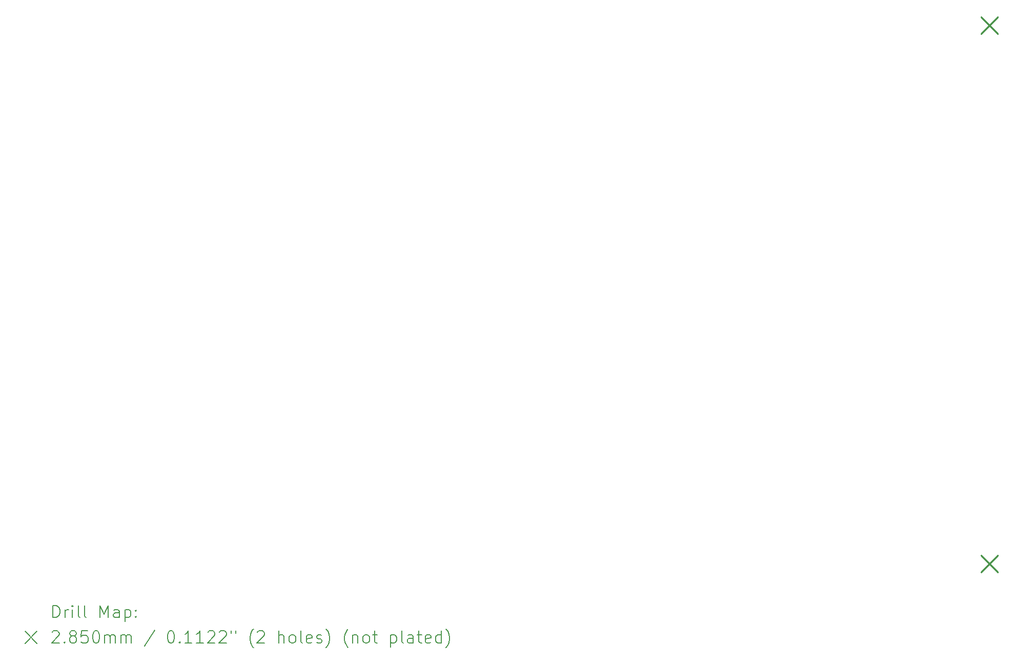
<source format=gbr>
%TF.GenerationSoftware,KiCad,Pcbnew,7.0.9-7.0.9~ubuntu22.04.1*%
%TF.CreationDate,2023-12-27T15:34:40+01:00*%
%TF.ProjectId,Z80-VDP,5a38302d-5644-4502-9e6b-696361645f70,rev?*%
%TF.SameCoordinates,Original*%
%TF.FileFunction,Drillmap*%
%TF.FilePolarity,Positive*%
%FSLAX45Y45*%
G04 Gerber Fmt 4.5, Leading zero omitted, Abs format (unit mm)*
G04 Created by KiCad (PCBNEW 7.0.9-7.0.9~ubuntu22.04.1) date 2023-12-27 15:34:40*
%MOMM*%
%LPD*%
G01*
G04 APERTURE LIST*
%ADD10C,0.200000*%
%ADD11C,0.285000*%
G04 APERTURE END LIST*
D10*
D11*
X22209500Y-5699500D02*
X22494500Y-5984500D01*
X22494500Y-5699500D02*
X22209500Y-5984500D01*
X22209500Y-14589500D02*
X22494500Y-14874500D01*
X22494500Y-14589500D02*
X22209500Y-14874500D01*
D10*
X6881777Y-15619984D02*
X6881777Y-15419984D01*
X6881777Y-15419984D02*
X6929396Y-15419984D01*
X6929396Y-15419984D02*
X6957967Y-15429508D01*
X6957967Y-15429508D02*
X6977015Y-15448555D01*
X6977015Y-15448555D02*
X6986539Y-15467603D01*
X6986539Y-15467603D02*
X6996062Y-15505698D01*
X6996062Y-15505698D02*
X6996062Y-15534269D01*
X6996062Y-15534269D02*
X6986539Y-15572365D01*
X6986539Y-15572365D02*
X6977015Y-15591412D01*
X6977015Y-15591412D02*
X6957967Y-15610460D01*
X6957967Y-15610460D02*
X6929396Y-15619984D01*
X6929396Y-15619984D02*
X6881777Y-15619984D01*
X7081777Y-15619984D02*
X7081777Y-15486650D01*
X7081777Y-15524746D02*
X7091301Y-15505698D01*
X7091301Y-15505698D02*
X7100824Y-15496174D01*
X7100824Y-15496174D02*
X7119872Y-15486650D01*
X7119872Y-15486650D02*
X7138920Y-15486650D01*
X7205586Y-15619984D02*
X7205586Y-15486650D01*
X7205586Y-15419984D02*
X7196062Y-15429508D01*
X7196062Y-15429508D02*
X7205586Y-15439031D01*
X7205586Y-15439031D02*
X7215110Y-15429508D01*
X7215110Y-15429508D02*
X7205586Y-15419984D01*
X7205586Y-15419984D02*
X7205586Y-15439031D01*
X7329396Y-15619984D02*
X7310348Y-15610460D01*
X7310348Y-15610460D02*
X7300824Y-15591412D01*
X7300824Y-15591412D02*
X7300824Y-15419984D01*
X7434158Y-15619984D02*
X7415110Y-15610460D01*
X7415110Y-15610460D02*
X7405586Y-15591412D01*
X7405586Y-15591412D02*
X7405586Y-15419984D01*
X7662729Y-15619984D02*
X7662729Y-15419984D01*
X7662729Y-15419984D02*
X7729396Y-15562841D01*
X7729396Y-15562841D02*
X7796062Y-15419984D01*
X7796062Y-15419984D02*
X7796062Y-15619984D01*
X7977015Y-15619984D02*
X7977015Y-15515222D01*
X7977015Y-15515222D02*
X7967491Y-15496174D01*
X7967491Y-15496174D02*
X7948443Y-15486650D01*
X7948443Y-15486650D02*
X7910348Y-15486650D01*
X7910348Y-15486650D02*
X7891301Y-15496174D01*
X7977015Y-15610460D02*
X7957967Y-15619984D01*
X7957967Y-15619984D02*
X7910348Y-15619984D01*
X7910348Y-15619984D02*
X7891301Y-15610460D01*
X7891301Y-15610460D02*
X7881777Y-15591412D01*
X7881777Y-15591412D02*
X7881777Y-15572365D01*
X7881777Y-15572365D02*
X7891301Y-15553317D01*
X7891301Y-15553317D02*
X7910348Y-15543793D01*
X7910348Y-15543793D02*
X7957967Y-15543793D01*
X7957967Y-15543793D02*
X7977015Y-15534269D01*
X8072253Y-15486650D02*
X8072253Y-15686650D01*
X8072253Y-15496174D02*
X8091301Y-15486650D01*
X8091301Y-15486650D02*
X8129396Y-15486650D01*
X8129396Y-15486650D02*
X8148443Y-15496174D01*
X8148443Y-15496174D02*
X8157967Y-15505698D01*
X8157967Y-15505698D02*
X8167491Y-15524746D01*
X8167491Y-15524746D02*
X8167491Y-15581888D01*
X8167491Y-15581888D02*
X8157967Y-15600936D01*
X8157967Y-15600936D02*
X8148443Y-15610460D01*
X8148443Y-15610460D02*
X8129396Y-15619984D01*
X8129396Y-15619984D02*
X8091301Y-15619984D01*
X8091301Y-15619984D02*
X8072253Y-15610460D01*
X8253205Y-15600936D02*
X8262729Y-15610460D01*
X8262729Y-15610460D02*
X8253205Y-15619984D01*
X8253205Y-15619984D02*
X8243682Y-15610460D01*
X8243682Y-15610460D02*
X8253205Y-15600936D01*
X8253205Y-15600936D02*
X8253205Y-15619984D01*
X8253205Y-15496174D02*
X8262729Y-15505698D01*
X8262729Y-15505698D02*
X8253205Y-15515222D01*
X8253205Y-15515222D02*
X8243682Y-15505698D01*
X8243682Y-15505698D02*
X8253205Y-15496174D01*
X8253205Y-15496174D02*
X8253205Y-15515222D01*
X6421000Y-15848500D02*
X6621000Y-16048500D01*
X6621000Y-15848500D02*
X6421000Y-16048500D01*
X6872253Y-15859031D02*
X6881777Y-15849508D01*
X6881777Y-15849508D02*
X6900824Y-15839984D01*
X6900824Y-15839984D02*
X6948443Y-15839984D01*
X6948443Y-15839984D02*
X6967491Y-15849508D01*
X6967491Y-15849508D02*
X6977015Y-15859031D01*
X6977015Y-15859031D02*
X6986539Y-15878079D01*
X6986539Y-15878079D02*
X6986539Y-15897127D01*
X6986539Y-15897127D02*
X6977015Y-15925698D01*
X6977015Y-15925698D02*
X6862729Y-16039984D01*
X6862729Y-16039984D02*
X6986539Y-16039984D01*
X7072253Y-16020936D02*
X7081777Y-16030460D01*
X7081777Y-16030460D02*
X7072253Y-16039984D01*
X7072253Y-16039984D02*
X7062729Y-16030460D01*
X7062729Y-16030460D02*
X7072253Y-16020936D01*
X7072253Y-16020936D02*
X7072253Y-16039984D01*
X7196062Y-15925698D02*
X7177015Y-15916174D01*
X7177015Y-15916174D02*
X7167491Y-15906650D01*
X7167491Y-15906650D02*
X7157967Y-15887603D01*
X7157967Y-15887603D02*
X7157967Y-15878079D01*
X7157967Y-15878079D02*
X7167491Y-15859031D01*
X7167491Y-15859031D02*
X7177015Y-15849508D01*
X7177015Y-15849508D02*
X7196062Y-15839984D01*
X7196062Y-15839984D02*
X7234158Y-15839984D01*
X7234158Y-15839984D02*
X7253205Y-15849508D01*
X7253205Y-15849508D02*
X7262729Y-15859031D01*
X7262729Y-15859031D02*
X7272253Y-15878079D01*
X7272253Y-15878079D02*
X7272253Y-15887603D01*
X7272253Y-15887603D02*
X7262729Y-15906650D01*
X7262729Y-15906650D02*
X7253205Y-15916174D01*
X7253205Y-15916174D02*
X7234158Y-15925698D01*
X7234158Y-15925698D02*
X7196062Y-15925698D01*
X7196062Y-15925698D02*
X7177015Y-15935222D01*
X7177015Y-15935222D02*
X7167491Y-15944746D01*
X7167491Y-15944746D02*
X7157967Y-15963793D01*
X7157967Y-15963793D02*
X7157967Y-16001888D01*
X7157967Y-16001888D02*
X7167491Y-16020936D01*
X7167491Y-16020936D02*
X7177015Y-16030460D01*
X7177015Y-16030460D02*
X7196062Y-16039984D01*
X7196062Y-16039984D02*
X7234158Y-16039984D01*
X7234158Y-16039984D02*
X7253205Y-16030460D01*
X7253205Y-16030460D02*
X7262729Y-16020936D01*
X7262729Y-16020936D02*
X7272253Y-16001888D01*
X7272253Y-16001888D02*
X7272253Y-15963793D01*
X7272253Y-15963793D02*
X7262729Y-15944746D01*
X7262729Y-15944746D02*
X7253205Y-15935222D01*
X7253205Y-15935222D02*
X7234158Y-15925698D01*
X7453205Y-15839984D02*
X7357967Y-15839984D01*
X7357967Y-15839984D02*
X7348443Y-15935222D01*
X7348443Y-15935222D02*
X7357967Y-15925698D01*
X7357967Y-15925698D02*
X7377015Y-15916174D01*
X7377015Y-15916174D02*
X7424634Y-15916174D01*
X7424634Y-15916174D02*
X7443682Y-15925698D01*
X7443682Y-15925698D02*
X7453205Y-15935222D01*
X7453205Y-15935222D02*
X7462729Y-15954269D01*
X7462729Y-15954269D02*
X7462729Y-16001888D01*
X7462729Y-16001888D02*
X7453205Y-16020936D01*
X7453205Y-16020936D02*
X7443682Y-16030460D01*
X7443682Y-16030460D02*
X7424634Y-16039984D01*
X7424634Y-16039984D02*
X7377015Y-16039984D01*
X7377015Y-16039984D02*
X7357967Y-16030460D01*
X7357967Y-16030460D02*
X7348443Y-16020936D01*
X7586539Y-15839984D02*
X7605586Y-15839984D01*
X7605586Y-15839984D02*
X7624634Y-15849508D01*
X7624634Y-15849508D02*
X7634158Y-15859031D01*
X7634158Y-15859031D02*
X7643682Y-15878079D01*
X7643682Y-15878079D02*
X7653205Y-15916174D01*
X7653205Y-15916174D02*
X7653205Y-15963793D01*
X7653205Y-15963793D02*
X7643682Y-16001888D01*
X7643682Y-16001888D02*
X7634158Y-16020936D01*
X7634158Y-16020936D02*
X7624634Y-16030460D01*
X7624634Y-16030460D02*
X7605586Y-16039984D01*
X7605586Y-16039984D02*
X7586539Y-16039984D01*
X7586539Y-16039984D02*
X7567491Y-16030460D01*
X7567491Y-16030460D02*
X7557967Y-16020936D01*
X7557967Y-16020936D02*
X7548443Y-16001888D01*
X7548443Y-16001888D02*
X7538920Y-15963793D01*
X7538920Y-15963793D02*
X7538920Y-15916174D01*
X7538920Y-15916174D02*
X7548443Y-15878079D01*
X7548443Y-15878079D02*
X7557967Y-15859031D01*
X7557967Y-15859031D02*
X7567491Y-15849508D01*
X7567491Y-15849508D02*
X7586539Y-15839984D01*
X7738920Y-16039984D02*
X7738920Y-15906650D01*
X7738920Y-15925698D02*
X7748443Y-15916174D01*
X7748443Y-15916174D02*
X7767491Y-15906650D01*
X7767491Y-15906650D02*
X7796063Y-15906650D01*
X7796063Y-15906650D02*
X7815110Y-15916174D01*
X7815110Y-15916174D02*
X7824634Y-15935222D01*
X7824634Y-15935222D02*
X7824634Y-16039984D01*
X7824634Y-15935222D02*
X7834158Y-15916174D01*
X7834158Y-15916174D02*
X7853205Y-15906650D01*
X7853205Y-15906650D02*
X7881777Y-15906650D01*
X7881777Y-15906650D02*
X7900824Y-15916174D01*
X7900824Y-15916174D02*
X7910348Y-15935222D01*
X7910348Y-15935222D02*
X7910348Y-16039984D01*
X8005586Y-16039984D02*
X8005586Y-15906650D01*
X8005586Y-15925698D02*
X8015110Y-15916174D01*
X8015110Y-15916174D02*
X8034158Y-15906650D01*
X8034158Y-15906650D02*
X8062729Y-15906650D01*
X8062729Y-15906650D02*
X8081777Y-15916174D01*
X8081777Y-15916174D02*
X8091301Y-15935222D01*
X8091301Y-15935222D02*
X8091301Y-16039984D01*
X8091301Y-15935222D02*
X8100824Y-15916174D01*
X8100824Y-15916174D02*
X8119872Y-15906650D01*
X8119872Y-15906650D02*
X8148443Y-15906650D01*
X8148443Y-15906650D02*
X8167491Y-15916174D01*
X8167491Y-15916174D02*
X8177015Y-15935222D01*
X8177015Y-15935222D02*
X8177015Y-16039984D01*
X8567491Y-15830460D02*
X8396063Y-16087603D01*
X8824634Y-15839984D02*
X8843682Y-15839984D01*
X8843682Y-15839984D02*
X8862729Y-15849508D01*
X8862729Y-15849508D02*
X8872253Y-15859031D01*
X8872253Y-15859031D02*
X8881777Y-15878079D01*
X8881777Y-15878079D02*
X8891301Y-15916174D01*
X8891301Y-15916174D02*
X8891301Y-15963793D01*
X8891301Y-15963793D02*
X8881777Y-16001888D01*
X8881777Y-16001888D02*
X8872253Y-16020936D01*
X8872253Y-16020936D02*
X8862729Y-16030460D01*
X8862729Y-16030460D02*
X8843682Y-16039984D01*
X8843682Y-16039984D02*
X8824634Y-16039984D01*
X8824634Y-16039984D02*
X8805587Y-16030460D01*
X8805587Y-16030460D02*
X8796063Y-16020936D01*
X8796063Y-16020936D02*
X8786539Y-16001888D01*
X8786539Y-16001888D02*
X8777015Y-15963793D01*
X8777015Y-15963793D02*
X8777015Y-15916174D01*
X8777015Y-15916174D02*
X8786539Y-15878079D01*
X8786539Y-15878079D02*
X8796063Y-15859031D01*
X8796063Y-15859031D02*
X8805587Y-15849508D01*
X8805587Y-15849508D02*
X8824634Y-15839984D01*
X8977015Y-16020936D02*
X8986539Y-16030460D01*
X8986539Y-16030460D02*
X8977015Y-16039984D01*
X8977015Y-16039984D02*
X8967491Y-16030460D01*
X8967491Y-16030460D02*
X8977015Y-16020936D01*
X8977015Y-16020936D02*
X8977015Y-16039984D01*
X9177015Y-16039984D02*
X9062729Y-16039984D01*
X9119872Y-16039984D02*
X9119872Y-15839984D01*
X9119872Y-15839984D02*
X9100825Y-15868555D01*
X9100825Y-15868555D02*
X9081777Y-15887603D01*
X9081777Y-15887603D02*
X9062729Y-15897127D01*
X9367491Y-16039984D02*
X9253206Y-16039984D01*
X9310348Y-16039984D02*
X9310348Y-15839984D01*
X9310348Y-15839984D02*
X9291301Y-15868555D01*
X9291301Y-15868555D02*
X9272253Y-15887603D01*
X9272253Y-15887603D02*
X9253206Y-15897127D01*
X9443682Y-15859031D02*
X9453206Y-15849508D01*
X9453206Y-15849508D02*
X9472253Y-15839984D01*
X9472253Y-15839984D02*
X9519872Y-15839984D01*
X9519872Y-15839984D02*
X9538920Y-15849508D01*
X9538920Y-15849508D02*
X9548444Y-15859031D01*
X9548444Y-15859031D02*
X9557968Y-15878079D01*
X9557968Y-15878079D02*
X9557968Y-15897127D01*
X9557968Y-15897127D02*
X9548444Y-15925698D01*
X9548444Y-15925698D02*
X9434158Y-16039984D01*
X9434158Y-16039984D02*
X9557968Y-16039984D01*
X9634158Y-15859031D02*
X9643682Y-15849508D01*
X9643682Y-15849508D02*
X9662729Y-15839984D01*
X9662729Y-15839984D02*
X9710349Y-15839984D01*
X9710349Y-15839984D02*
X9729396Y-15849508D01*
X9729396Y-15849508D02*
X9738920Y-15859031D01*
X9738920Y-15859031D02*
X9748444Y-15878079D01*
X9748444Y-15878079D02*
X9748444Y-15897127D01*
X9748444Y-15897127D02*
X9738920Y-15925698D01*
X9738920Y-15925698D02*
X9624634Y-16039984D01*
X9624634Y-16039984D02*
X9748444Y-16039984D01*
X9824634Y-15839984D02*
X9824634Y-15878079D01*
X9900825Y-15839984D02*
X9900825Y-15878079D01*
X10196063Y-16116174D02*
X10186539Y-16106650D01*
X10186539Y-16106650D02*
X10167491Y-16078079D01*
X10167491Y-16078079D02*
X10157968Y-16059031D01*
X10157968Y-16059031D02*
X10148444Y-16030460D01*
X10148444Y-16030460D02*
X10138920Y-15982841D01*
X10138920Y-15982841D02*
X10138920Y-15944746D01*
X10138920Y-15944746D02*
X10148444Y-15897127D01*
X10148444Y-15897127D02*
X10157968Y-15868555D01*
X10157968Y-15868555D02*
X10167491Y-15849508D01*
X10167491Y-15849508D02*
X10186539Y-15820936D01*
X10186539Y-15820936D02*
X10196063Y-15811412D01*
X10262730Y-15859031D02*
X10272253Y-15849508D01*
X10272253Y-15849508D02*
X10291301Y-15839984D01*
X10291301Y-15839984D02*
X10338920Y-15839984D01*
X10338920Y-15839984D02*
X10357968Y-15849508D01*
X10357968Y-15849508D02*
X10367491Y-15859031D01*
X10367491Y-15859031D02*
X10377015Y-15878079D01*
X10377015Y-15878079D02*
X10377015Y-15897127D01*
X10377015Y-15897127D02*
X10367491Y-15925698D01*
X10367491Y-15925698D02*
X10253206Y-16039984D01*
X10253206Y-16039984D02*
X10377015Y-16039984D01*
X10615111Y-16039984D02*
X10615111Y-15839984D01*
X10700825Y-16039984D02*
X10700825Y-15935222D01*
X10700825Y-15935222D02*
X10691301Y-15916174D01*
X10691301Y-15916174D02*
X10672253Y-15906650D01*
X10672253Y-15906650D02*
X10643682Y-15906650D01*
X10643682Y-15906650D02*
X10624634Y-15916174D01*
X10624634Y-15916174D02*
X10615111Y-15925698D01*
X10824634Y-16039984D02*
X10805587Y-16030460D01*
X10805587Y-16030460D02*
X10796063Y-16020936D01*
X10796063Y-16020936D02*
X10786539Y-16001888D01*
X10786539Y-16001888D02*
X10786539Y-15944746D01*
X10786539Y-15944746D02*
X10796063Y-15925698D01*
X10796063Y-15925698D02*
X10805587Y-15916174D01*
X10805587Y-15916174D02*
X10824634Y-15906650D01*
X10824634Y-15906650D02*
X10853206Y-15906650D01*
X10853206Y-15906650D02*
X10872253Y-15916174D01*
X10872253Y-15916174D02*
X10881777Y-15925698D01*
X10881777Y-15925698D02*
X10891301Y-15944746D01*
X10891301Y-15944746D02*
X10891301Y-16001888D01*
X10891301Y-16001888D02*
X10881777Y-16020936D01*
X10881777Y-16020936D02*
X10872253Y-16030460D01*
X10872253Y-16030460D02*
X10853206Y-16039984D01*
X10853206Y-16039984D02*
X10824634Y-16039984D01*
X11005587Y-16039984D02*
X10986539Y-16030460D01*
X10986539Y-16030460D02*
X10977015Y-16011412D01*
X10977015Y-16011412D02*
X10977015Y-15839984D01*
X11157968Y-16030460D02*
X11138920Y-16039984D01*
X11138920Y-16039984D02*
X11100825Y-16039984D01*
X11100825Y-16039984D02*
X11081777Y-16030460D01*
X11081777Y-16030460D02*
X11072253Y-16011412D01*
X11072253Y-16011412D02*
X11072253Y-15935222D01*
X11072253Y-15935222D02*
X11081777Y-15916174D01*
X11081777Y-15916174D02*
X11100825Y-15906650D01*
X11100825Y-15906650D02*
X11138920Y-15906650D01*
X11138920Y-15906650D02*
X11157968Y-15916174D01*
X11157968Y-15916174D02*
X11167492Y-15935222D01*
X11167492Y-15935222D02*
X11167492Y-15954269D01*
X11167492Y-15954269D02*
X11072253Y-15973317D01*
X11243682Y-16030460D02*
X11262730Y-16039984D01*
X11262730Y-16039984D02*
X11300825Y-16039984D01*
X11300825Y-16039984D02*
X11319872Y-16030460D01*
X11319872Y-16030460D02*
X11329396Y-16011412D01*
X11329396Y-16011412D02*
X11329396Y-16001888D01*
X11329396Y-16001888D02*
X11319872Y-15982841D01*
X11319872Y-15982841D02*
X11300825Y-15973317D01*
X11300825Y-15973317D02*
X11272253Y-15973317D01*
X11272253Y-15973317D02*
X11253206Y-15963793D01*
X11253206Y-15963793D02*
X11243682Y-15944746D01*
X11243682Y-15944746D02*
X11243682Y-15935222D01*
X11243682Y-15935222D02*
X11253206Y-15916174D01*
X11253206Y-15916174D02*
X11272253Y-15906650D01*
X11272253Y-15906650D02*
X11300825Y-15906650D01*
X11300825Y-15906650D02*
X11319872Y-15916174D01*
X11396063Y-16116174D02*
X11405587Y-16106650D01*
X11405587Y-16106650D02*
X11424634Y-16078079D01*
X11424634Y-16078079D02*
X11434158Y-16059031D01*
X11434158Y-16059031D02*
X11443682Y-16030460D01*
X11443682Y-16030460D02*
X11453206Y-15982841D01*
X11453206Y-15982841D02*
X11453206Y-15944746D01*
X11453206Y-15944746D02*
X11443682Y-15897127D01*
X11443682Y-15897127D02*
X11434158Y-15868555D01*
X11434158Y-15868555D02*
X11424634Y-15849508D01*
X11424634Y-15849508D02*
X11405587Y-15820936D01*
X11405587Y-15820936D02*
X11396063Y-15811412D01*
X11757968Y-16116174D02*
X11748444Y-16106650D01*
X11748444Y-16106650D02*
X11729396Y-16078079D01*
X11729396Y-16078079D02*
X11719872Y-16059031D01*
X11719872Y-16059031D02*
X11710349Y-16030460D01*
X11710349Y-16030460D02*
X11700825Y-15982841D01*
X11700825Y-15982841D02*
X11700825Y-15944746D01*
X11700825Y-15944746D02*
X11710349Y-15897127D01*
X11710349Y-15897127D02*
X11719872Y-15868555D01*
X11719872Y-15868555D02*
X11729396Y-15849508D01*
X11729396Y-15849508D02*
X11748444Y-15820936D01*
X11748444Y-15820936D02*
X11757968Y-15811412D01*
X11834158Y-15906650D02*
X11834158Y-16039984D01*
X11834158Y-15925698D02*
X11843682Y-15916174D01*
X11843682Y-15916174D02*
X11862730Y-15906650D01*
X11862730Y-15906650D02*
X11891301Y-15906650D01*
X11891301Y-15906650D02*
X11910349Y-15916174D01*
X11910349Y-15916174D02*
X11919872Y-15935222D01*
X11919872Y-15935222D02*
X11919872Y-16039984D01*
X12043682Y-16039984D02*
X12024634Y-16030460D01*
X12024634Y-16030460D02*
X12015111Y-16020936D01*
X12015111Y-16020936D02*
X12005587Y-16001888D01*
X12005587Y-16001888D02*
X12005587Y-15944746D01*
X12005587Y-15944746D02*
X12015111Y-15925698D01*
X12015111Y-15925698D02*
X12024634Y-15916174D01*
X12024634Y-15916174D02*
X12043682Y-15906650D01*
X12043682Y-15906650D02*
X12072253Y-15906650D01*
X12072253Y-15906650D02*
X12091301Y-15916174D01*
X12091301Y-15916174D02*
X12100825Y-15925698D01*
X12100825Y-15925698D02*
X12110349Y-15944746D01*
X12110349Y-15944746D02*
X12110349Y-16001888D01*
X12110349Y-16001888D02*
X12100825Y-16020936D01*
X12100825Y-16020936D02*
X12091301Y-16030460D01*
X12091301Y-16030460D02*
X12072253Y-16039984D01*
X12072253Y-16039984D02*
X12043682Y-16039984D01*
X12167492Y-15906650D02*
X12243682Y-15906650D01*
X12196063Y-15839984D02*
X12196063Y-16011412D01*
X12196063Y-16011412D02*
X12205587Y-16030460D01*
X12205587Y-16030460D02*
X12224634Y-16039984D01*
X12224634Y-16039984D02*
X12243682Y-16039984D01*
X12462730Y-15906650D02*
X12462730Y-16106650D01*
X12462730Y-15916174D02*
X12481777Y-15906650D01*
X12481777Y-15906650D02*
X12519873Y-15906650D01*
X12519873Y-15906650D02*
X12538920Y-15916174D01*
X12538920Y-15916174D02*
X12548444Y-15925698D01*
X12548444Y-15925698D02*
X12557968Y-15944746D01*
X12557968Y-15944746D02*
X12557968Y-16001888D01*
X12557968Y-16001888D02*
X12548444Y-16020936D01*
X12548444Y-16020936D02*
X12538920Y-16030460D01*
X12538920Y-16030460D02*
X12519873Y-16039984D01*
X12519873Y-16039984D02*
X12481777Y-16039984D01*
X12481777Y-16039984D02*
X12462730Y-16030460D01*
X12672253Y-16039984D02*
X12653206Y-16030460D01*
X12653206Y-16030460D02*
X12643682Y-16011412D01*
X12643682Y-16011412D02*
X12643682Y-15839984D01*
X12834158Y-16039984D02*
X12834158Y-15935222D01*
X12834158Y-15935222D02*
X12824634Y-15916174D01*
X12824634Y-15916174D02*
X12805587Y-15906650D01*
X12805587Y-15906650D02*
X12767492Y-15906650D01*
X12767492Y-15906650D02*
X12748444Y-15916174D01*
X12834158Y-16030460D02*
X12815111Y-16039984D01*
X12815111Y-16039984D02*
X12767492Y-16039984D01*
X12767492Y-16039984D02*
X12748444Y-16030460D01*
X12748444Y-16030460D02*
X12738920Y-16011412D01*
X12738920Y-16011412D02*
X12738920Y-15992365D01*
X12738920Y-15992365D02*
X12748444Y-15973317D01*
X12748444Y-15973317D02*
X12767492Y-15963793D01*
X12767492Y-15963793D02*
X12815111Y-15963793D01*
X12815111Y-15963793D02*
X12834158Y-15954269D01*
X12900825Y-15906650D02*
X12977015Y-15906650D01*
X12929396Y-15839984D02*
X12929396Y-16011412D01*
X12929396Y-16011412D02*
X12938920Y-16030460D01*
X12938920Y-16030460D02*
X12957968Y-16039984D01*
X12957968Y-16039984D02*
X12977015Y-16039984D01*
X13119873Y-16030460D02*
X13100825Y-16039984D01*
X13100825Y-16039984D02*
X13062730Y-16039984D01*
X13062730Y-16039984D02*
X13043682Y-16030460D01*
X13043682Y-16030460D02*
X13034158Y-16011412D01*
X13034158Y-16011412D02*
X13034158Y-15935222D01*
X13034158Y-15935222D02*
X13043682Y-15916174D01*
X13043682Y-15916174D02*
X13062730Y-15906650D01*
X13062730Y-15906650D02*
X13100825Y-15906650D01*
X13100825Y-15906650D02*
X13119873Y-15916174D01*
X13119873Y-15916174D02*
X13129396Y-15935222D01*
X13129396Y-15935222D02*
X13129396Y-15954269D01*
X13129396Y-15954269D02*
X13034158Y-15973317D01*
X13300825Y-16039984D02*
X13300825Y-15839984D01*
X13300825Y-16030460D02*
X13281777Y-16039984D01*
X13281777Y-16039984D02*
X13243682Y-16039984D01*
X13243682Y-16039984D02*
X13224634Y-16030460D01*
X13224634Y-16030460D02*
X13215111Y-16020936D01*
X13215111Y-16020936D02*
X13205587Y-16001888D01*
X13205587Y-16001888D02*
X13205587Y-15944746D01*
X13205587Y-15944746D02*
X13215111Y-15925698D01*
X13215111Y-15925698D02*
X13224634Y-15916174D01*
X13224634Y-15916174D02*
X13243682Y-15906650D01*
X13243682Y-15906650D02*
X13281777Y-15906650D01*
X13281777Y-15906650D02*
X13300825Y-15916174D01*
X13377015Y-16116174D02*
X13386539Y-16106650D01*
X13386539Y-16106650D02*
X13405587Y-16078079D01*
X13405587Y-16078079D02*
X13415111Y-16059031D01*
X13415111Y-16059031D02*
X13424634Y-16030460D01*
X13424634Y-16030460D02*
X13434158Y-15982841D01*
X13434158Y-15982841D02*
X13434158Y-15944746D01*
X13434158Y-15944746D02*
X13424634Y-15897127D01*
X13424634Y-15897127D02*
X13415111Y-15868555D01*
X13415111Y-15868555D02*
X13405587Y-15849508D01*
X13405587Y-15849508D02*
X13386539Y-15820936D01*
X13386539Y-15820936D02*
X13377015Y-15811412D01*
M02*

</source>
